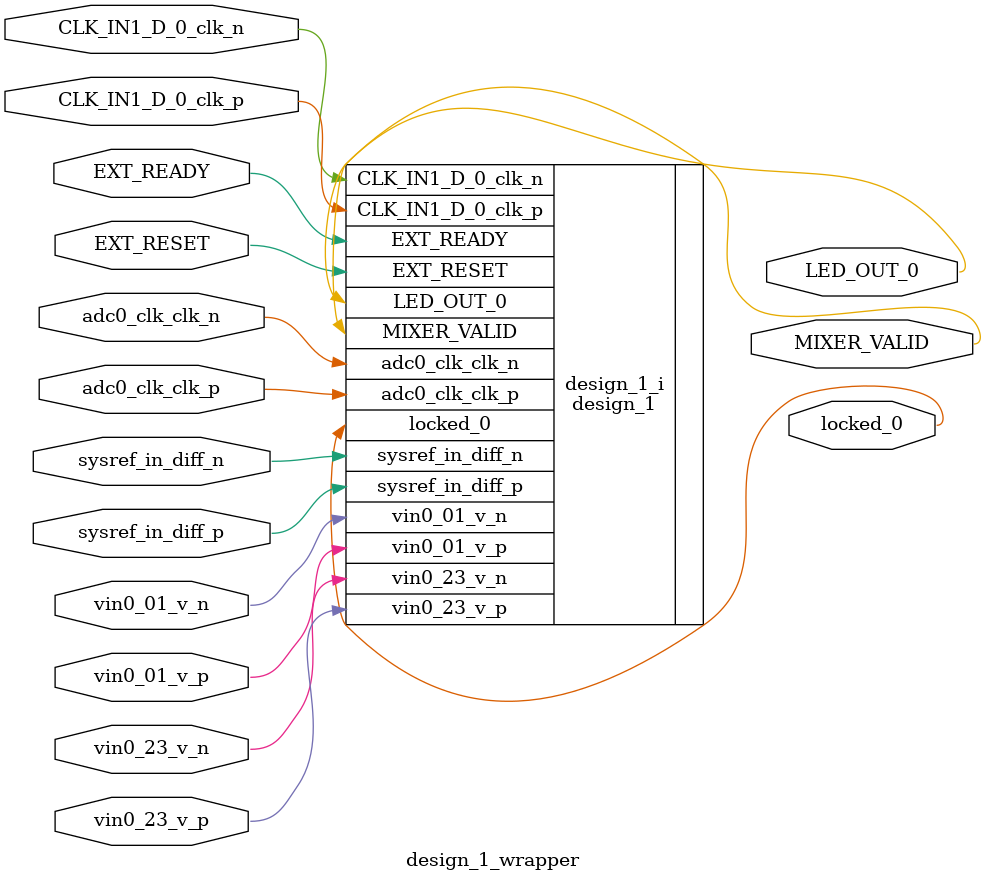
<source format=v>
`timescale 1 ps / 1 ps

module design_1_wrapper
   (CLK_IN1_D_0_clk_n,
    CLK_IN1_D_0_clk_p,
    EXT_READY,
    EXT_RESET,
    LED_OUT_0,
    MIXER_VALID,
    adc0_clk_clk_n,
    adc0_clk_clk_p,
    locked_0,
    sysref_in_diff_n,
    sysref_in_diff_p,
    vin0_01_v_n,
    vin0_01_v_p,
    vin0_23_v_n,
    vin0_23_v_p);
  input CLK_IN1_D_0_clk_n;
  input CLK_IN1_D_0_clk_p;
  input EXT_READY;
  input EXT_RESET;
  output LED_OUT_0;
  output MIXER_VALID;
  input adc0_clk_clk_n;
  input adc0_clk_clk_p;
  output locked_0;
  input sysref_in_diff_n;
  input sysref_in_diff_p;
  input vin0_01_v_n;
  input vin0_01_v_p;
  input vin0_23_v_n;
  input vin0_23_v_p;

  wire CLK_IN1_D_0_clk_n;
  wire CLK_IN1_D_0_clk_p;
  wire EXT_READY;
  wire EXT_RESET;
  wire LED_OUT_0;
  wire MIXER_VALID;
  wire adc0_clk_clk_n;
  wire adc0_clk_clk_p;
  wire locked_0;
  wire sysref_in_diff_n;
  wire sysref_in_diff_p;
  wire vin0_01_v_n;
  wire vin0_01_v_p;
  wire vin0_23_v_n;
  wire vin0_23_v_p;

  design_1 design_1_i
       (.CLK_IN1_D_0_clk_n(CLK_IN1_D_0_clk_n),
        .CLK_IN1_D_0_clk_p(CLK_IN1_D_0_clk_p),
        .EXT_READY(EXT_READY),
        .EXT_RESET(EXT_RESET),
        .LED_OUT_0(LED_OUT_0),
        .MIXER_VALID(MIXER_VALID),
        .adc0_clk_clk_n(adc0_clk_clk_n),
        .adc0_clk_clk_p(adc0_clk_clk_p),
        .locked_0(locked_0),
        .sysref_in_diff_n(sysref_in_diff_n),
        .sysref_in_diff_p(sysref_in_diff_p),
        .vin0_01_v_n(vin0_01_v_n),
        .vin0_01_v_p(vin0_01_v_p),
        .vin0_23_v_n(vin0_23_v_n),
        .vin0_23_v_p(vin0_23_v_p));
endmodule
</source>
